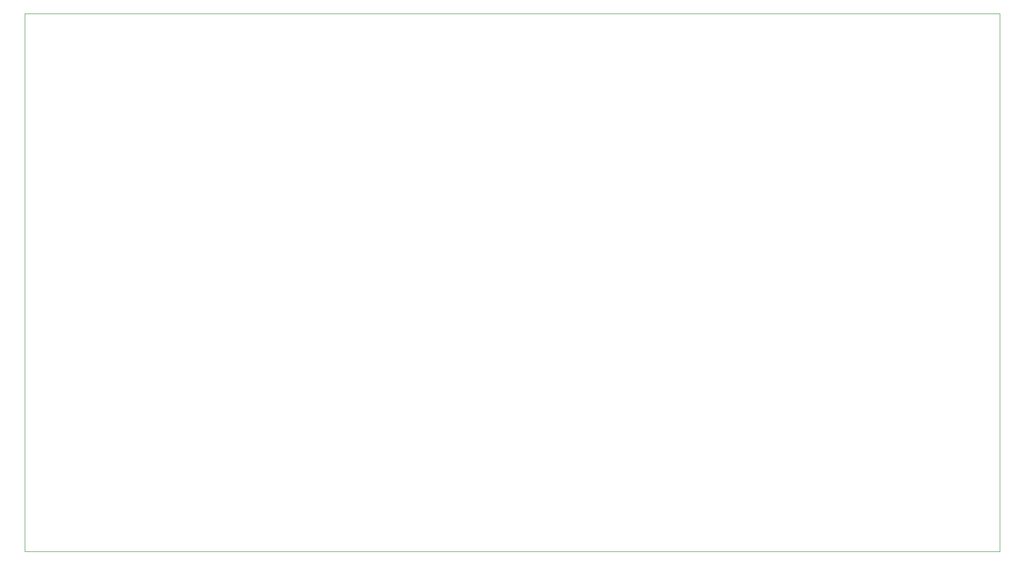
<source format=gbr>
%TF.GenerationSoftware,KiCad,Pcbnew,(5.1.10)-1*%
%TF.CreationDate,2022-01-29T09:37:24+01:00*%
%TF.ProjectId,2K-BWS,324b2d42-5753-42e6-9b69-6361645f7063,rev?*%
%TF.SameCoordinates,Original*%
%TF.FileFunction,Profile,NP*%
%FSLAX46Y46*%
G04 Gerber Fmt 4.6, Leading zero omitted, Abs format (unit mm)*
G04 Created by KiCad (PCBNEW (5.1.10)-1) date 2022-01-29 09:37:24*
%MOMM*%
%LPD*%
G01*
G04 APERTURE LIST*
%TA.AperFunction,Profile*%
%ADD10C,0.050000*%
%TD*%
G04 APERTURE END LIST*
D10*
X38100000Y-58420000D02*
X38100000Y-152400000D01*
X208280000Y-58420000D02*
X208280000Y-152400000D01*
X38100000Y-58420000D02*
X208280000Y-58420000D01*
X38100000Y-152400000D02*
X208280000Y-152400000D01*
M02*

</source>
